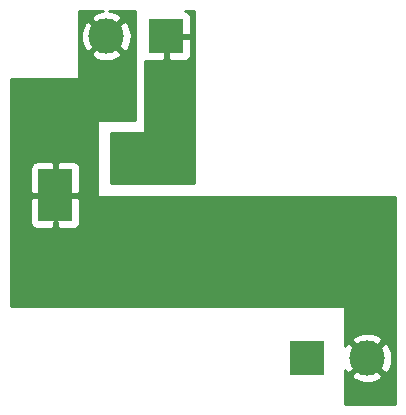
<source format=gbr>
G04 #@! TF.GenerationSoftware,KiCad,Pcbnew,(5.1.5)-3*
G04 #@! TF.CreationDate,2020-11-29T18:23:40-05:00*
G04 #@! TF.ProjectId,Buck_Controle,4275636b-5f43-46f6-9e74-726f6c652e6b,rev?*
G04 #@! TF.SameCoordinates,Original*
G04 #@! TF.FileFunction,Copper,L2,Bot*
G04 #@! TF.FilePolarity,Positive*
%FSLAX46Y46*%
G04 Gerber Fmt 4.6, Leading zero omitted, Abs format (unit mm)*
G04 Created by KiCad (PCBNEW (5.1.5)-3) date 2020-11-29 18:23:40*
%MOMM*%
%LPD*%
G04 APERTURE LIST*
%ADD10C,3.000000*%
%ADD11R,3.000000X3.000000*%
%ADD12R,2.950000X4.500000*%
%ADD13C,0.600000*%
%ADD14C,0.800000*%
%ADD15C,0.254000*%
G04 APERTURE END LIST*
D10*
X227500000Y-98250000D03*
D11*
X222420000Y-98250000D03*
D10*
X205420000Y-71000000D03*
D11*
X210500000Y-71000000D03*
D12*
X201105001Y-84485001D03*
D13*
X200505001Y-82685001D03*
X200505001Y-83885001D03*
X201705001Y-83885001D03*
X201705001Y-82685001D03*
X200505001Y-86285001D03*
X200505001Y-85185001D03*
X201705001Y-85185001D03*
X201705001Y-86285001D03*
D14*
X206250000Y-80250000D03*
X208250000Y-80250000D03*
X210250000Y-80250000D03*
X210250000Y-81500000D03*
X208250000Y-81500000D03*
X206250000Y-81500000D03*
X212000000Y-80250000D03*
X212000000Y-81500000D03*
D15*
G36*
X204959549Y-68904666D02*
G01*
X204559617Y-69034757D01*
X204263962Y-69192786D01*
X204107952Y-69508347D01*
X205420000Y-70820395D01*
X206732048Y-69508347D01*
X206576038Y-69192786D01*
X206201255Y-69001980D01*
X205796449Y-68887956D01*
X205656649Y-68877000D01*
X207873000Y-68877000D01*
X207873000Y-78123000D01*
X204750000Y-78123000D01*
X204725224Y-78125440D01*
X204701399Y-78132667D01*
X204679443Y-78144403D01*
X204660197Y-78160197D01*
X204644403Y-78179443D01*
X204632667Y-78201399D01*
X204625440Y-78225224D01*
X204623000Y-78250000D01*
X204623000Y-84500000D01*
X204625440Y-84524776D01*
X204632667Y-84548601D01*
X204644403Y-84570557D01*
X204660197Y-84589803D01*
X204679443Y-84605597D01*
X204701399Y-84617333D01*
X204725224Y-84624560D01*
X204750000Y-84627000D01*
X229873000Y-84627000D01*
X229873000Y-102123000D01*
X225627000Y-102123000D01*
X225627000Y-99741653D01*
X226187952Y-99741653D01*
X226343962Y-100057214D01*
X226718745Y-100248020D01*
X227123551Y-100362044D01*
X227542824Y-100394902D01*
X227960451Y-100345334D01*
X228360383Y-100215243D01*
X228656038Y-100057214D01*
X228812048Y-99741653D01*
X227500000Y-98429605D01*
X226187952Y-99741653D01*
X225627000Y-99741653D01*
X225627000Y-99282960D01*
X225692786Y-99406038D01*
X226008347Y-99562048D01*
X227320395Y-98250000D01*
X227679605Y-98250000D01*
X228991653Y-99562048D01*
X229307214Y-99406038D01*
X229498020Y-99031255D01*
X229612044Y-98626449D01*
X229644902Y-98207176D01*
X229595334Y-97789549D01*
X229465243Y-97389617D01*
X229307214Y-97093962D01*
X228991653Y-96937952D01*
X227679605Y-98250000D01*
X227320395Y-98250000D01*
X226008347Y-96937952D01*
X225692786Y-97093962D01*
X225627000Y-97223180D01*
X225627000Y-96758347D01*
X226187952Y-96758347D01*
X227500000Y-98070395D01*
X228812048Y-96758347D01*
X228656038Y-96442786D01*
X228281255Y-96251980D01*
X227876449Y-96137956D01*
X227457176Y-96105098D01*
X227039549Y-96154666D01*
X226639617Y-96284757D01*
X226343962Y-96442786D01*
X226187952Y-96758347D01*
X225627000Y-96758347D01*
X225627000Y-94000000D01*
X225624560Y-93975224D01*
X225617333Y-93951399D01*
X225605597Y-93929443D01*
X225589803Y-93910197D01*
X225570557Y-93894403D01*
X225548601Y-93882667D01*
X225524776Y-93875440D01*
X225500000Y-93873000D01*
X197377000Y-93873000D01*
X197377000Y-82235001D01*
X198991929Y-82235001D01*
X198995001Y-84199251D01*
X199153751Y-84358001D01*
X200060534Y-84358001D01*
X200051844Y-84517763D01*
X200050065Y-84519542D01*
X200050906Y-84535001D01*
X200050065Y-84550460D01*
X200051844Y-84552239D01*
X200055095Y-84612001D01*
X199153751Y-84612001D01*
X198995001Y-84770751D01*
X198991929Y-86735001D01*
X199004189Y-86859483D01*
X199040499Y-86979181D01*
X199099464Y-87089495D01*
X199178816Y-87186186D01*
X199275507Y-87265538D01*
X199385821Y-87324503D01*
X199505519Y-87360813D01*
X199630001Y-87373073D01*
X200819251Y-87370001D01*
X200978001Y-87211251D01*
X200978001Y-86734907D01*
X201070460Y-86739937D01*
X201105001Y-86705396D01*
X201139542Y-86739937D01*
X201232001Y-86734907D01*
X201232001Y-87211251D01*
X201390751Y-87370001D01*
X202580001Y-87373073D01*
X202704483Y-87360813D01*
X202824181Y-87324503D01*
X202934495Y-87265538D01*
X203031186Y-87186186D01*
X203110538Y-87089495D01*
X203169503Y-86979181D01*
X203205813Y-86859483D01*
X203218073Y-86735001D01*
X203215001Y-84770751D01*
X203056251Y-84612001D01*
X202154907Y-84612001D01*
X202158158Y-84552239D01*
X202159937Y-84550460D01*
X202159096Y-84535001D01*
X202159937Y-84519542D01*
X202158158Y-84517763D01*
X202149468Y-84358001D01*
X203056251Y-84358001D01*
X203215001Y-84199251D01*
X203218073Y-82235001D01*
X203205813Y-82110519D01*
X203169503Y-81990821D01*
X203110538Y-81880507D01*
X203031186Y-81783816D01*
X202934495Y-81704464D01*
X202824181Y-81645499D01*
X202704483Y-81609189D01*
X202580001Y-81596929D01*
X201390751Y-81600001D01*
X201232001Y-81758751D01*
X201232001Y-82235095D01*
X201139542Y-82230065D01*
X201105001Y-82264606D01*
X201070460Y-82230065D01*
X200978001Y-82235095D01*
X200978001Y-81758751D01*
X200819251Y-81600001D01*
X199630001Y-81596929D01*
X199505519Y-81609189D01*
X199385821Y-81645499D01*
X199275507Y-81704464D01*
X199178816Y-81783816D01*
X199099464Y-81880507D01*
X199040499Y-81990821D01*
X199004189Y-82110519D01*
X198991929Y-82235001D01*
X197377000Y-82235001D01*
X197377000Y-78612425D01*
X197379769Y-74627000D01*
X203000000Y-74627000D01*
X203024776Y-74624560D01*
X203048601Y-74617333D01*
X203070557Y-74605597D01*
X203089803Y-74589803D01*
X203105597Y-74570557D01*
X203117333Y-74548601D01*
X203124560Y-74524776D01*
X203127000Y-74500000D01*
X203127000Y-72491653D01*
X204107952Y-72491653D01*
X204263962Y-72807214D01*
X204638745Y-72998020D01*
X205043551Y-73112044D01*
X205462824Y-73144902D01*
X205880451Y-73095334D01*
X206280383Y-72965243D01*
X206576038Y-72807214D01*
X206732048Y-72491653D01*
X205420000Y-71179605D01*
X204107952Y-72491653D01*
X203127000Y-72491653D01*
X203127000Y-71042824D01*
X203275098Y-71042824D01*
X203324666Y-71460451D01*
X203454757Y-71860383D01*
X203612786Y-72156038D01*
X203928347Y-72312048D01*
X205240395Y-71000000D01*
X205599605Y-71000000D01*
X206911653Y-72312048D01*
X207227214Y-72156038D01*
X207418020Y-71781255D01*
X207532044Y-71376449D01*
X207564902Y-70957176D01*
X207515334Y-70539549D01*
X207385243Y-70139617D01*
X207227214Y-69843962D01*
X206911653Y-69687952D01*
X205599605Y-71000000D01*
X205240395Y-71000000D01*
X203928347Y-69687952D01*
X203612786Y-69843962D01*
X203421980Y-70218745D01*
X203307956Y-70623551D01*
X203275098Y-71042824D01*
X203127000Y-71042824D01*
X203127000Y-68877000D01*
X205192644Y-68877000D01*
X204959549Y-68904666D01*
G37*
X204959549Y-68904666D02*
X204559617Y-69034757D01*
X204263962Y-69192786D01*
X204107952Y-69508347D01*
X205420000Y-70820395D01*
X206732048Y-69508347D01*
X206576038Y-69192786D01*
X206201255Y-69001980D01*
X205796449Y-68887956D01*
X205656649Y-68877000D01*
X207873000Y-68877000D01*
X207873000Y-78123000D01*
X204750000Y-78123000D01*
X204725224Y-78125440D01*
X204701399Y-78132667D01*
X204679443Y-78144403D01*
X204660197Y-78160197D01*
X204644403Y-78179443D01*
X204632667Y-78201399D01*
X204625440Y-78225224D01*
X204623000Y-78250000D01*
X204623000Y-84500000D01*
X204625440Y-84524776D01*
X204632667Y-84548601D01*
X204644403Y-84570557D01*
X204660197Y-84589803D01*
X204679443Y-84605597D01*
X204701399Y-84617333D01*
X204725224Y-84624560D01*
X204750000Y-84627000D01*
X229873000Y-84627000D01*
X229873000Y-102123000D01*
X225627000Y-102123000D01*
X225627000Y-99741653D01*
X226187952Y-99741653D01*
X226343962Y-100057214D01*
X226718745Y-100248020D01*
X227123551Y-100362044D01*
X227542824Y-100394902D01*
X227960451Y-100345334D01*
X228360383Y-100215243D01*
X228656038Y-100057214D01*
X228812048Y-99741653D01*
X227500000Y-98429605D01*
X226187952Y-99741653D01*
X225627000Y-99741653D01*
X225627000Y-99282960D01*
X225692786Y-99406038D01*
X226008347Y-99562048D01*
X227320395Y-98250000D01*
X227679605Y-98250000D01*
X228991653Y-99562048D01*
X229307214Y-99406038D01*
X229498020Y-99031255D01*
X229612044Y-98626449D01*
X229644902Y-98207176D01*
X229595334Y-97789549D01*
X229465243Y-97389617D01*
X229307214Y-97093962D01*
X228991653Y-96937952D01*
X227679605Y-98250000D01*
X227320395Y-98250000D01*
X226008347Y-96937952D01*
X225692786Y-97093962D01*
X225627000Y-97223180D01*
X225627000Y-96758347D01*
X226187952Y-96758347D01*
X227500000Y-98070395D01*
X228812048Y-96758347D01*
X228656038Y-96442786D01*
X228281255Y-96251980D01*
X227876449Y-96137956D01*
X227457176Y-96105098D01*
X227039549Y-96154666D01*
X226639617Y-96284757D01*
X226343962Y-96442786D01*
X226187952Y-96758347D01*
X225627000Y-96758347D01*
X225627000Y-94000000D01*
X225624560Y-93975224D01*
X225617333Y-93951399D01*
X225605597Y-93929443D01*
X225589803Y-93910197D01*
X225570557Y-93894403D01*
X225548601Y-93882667D01*
X225524776Y-93875440D01*
X225500000Y-93873000D01*
X197377000Y-93873000D01*
X197377000Y-82235001D01*
X198991929Y-82235001D01*
X198995001Y-84199251D01*
X199153751Y-84358001D01*
X200060534Y-84358001D01*
X200051844Y-84517763D01*
X200050065Y-84519542D01*
X200050906Y-84535001D01*
X200050065Y-84550460D01*
X200051844Y-84552239D01*
X200055095Y-84612001D01*
X199153751Y-84612001D01*
X198995001Y-84770751D01*
X198991929Y-86735001D01*
X199004189Y-86859483D01*
X199040499Y-86979181D01*
X199099464Y-87089495D01*
X199178816Y-87186186D01*
X199275507Y-87265538D01*
X199385821Y-87324503D01*
X199505519Y-87360813D01*
X199630001Y-87373073D01*
X200819251Y-87370001D01*
X200978001Y-87211251D01*
X200978001Y-86734907D01*
X201070460Y-86739937D01*
X201105001Y-86705396D01*
X201139542Y-86739937D01*
X201232001Y-86734907D01*
X201232001Y-87211251D01*
X201390751Y-87370001D01*
X202580001Y-87373073D01*
X202704483Y-87360813D01*
X202824181Y-87324503D01*
X202934495Y-87265538D01*
X203031186Y-87186186D01*
X203110538Y-87089495D01*
X203169503Y-86979181D01*
X203205813Y-86859483D01*
X203218073Y-86735001D01*
X203215001Y-84770751D01*
X203056251Y-84612001D01*
X202154907Y-84612001D01*
X202158158Y-84552239D01*
X202159937Y-84550460D01*
X202159096Y-84535001D01*
X202159937Y-84519542D01*
X202158158Y-84517763D01*
X202149468Y-84358001D01*
X203056251Y-84358001D01*
X203215001Y-84199251D01*
X203218073Y-82235001D01*
X203205813Y-82110519D01*
X203169503Y-81990821D01*
X203110538Y-81880507D01*
X203031186Y-81783816D01*
X202934495Y-81704464D01*
X202824181Y-81645499D01*
X202704483Y-81609189D01*
X202580001Y-81596929D01*
X201390751Y-81600001D01*
X201232001Y-81758751D01*
X201232001Y-82235095D01*
X201139542Y-82230065D01*
X201105001Y-82264606D01*
X201070460Y-82230065D01*
X200978001Y-82235095D01*
X200978001Y-81758751D01*
X200819251Y-81600001D01*
X199630001Y-81596929D01*
X199505519Y-81609189D01*
X199385821Y-81645499D01*
X199275507Y-81704464D01*
X199178816Y-81783816D01*
X199099464Y-81880507D01*
X199040499Y-81990821D01*
X199004189Y-82110519D01*
X198991929Y-82235001D01*
X197377000Y-82235001D01*
X197377000Y-78612425D01*
X197379769Y-74627000D01*
X203000000Y-74627000D01*
X203024776Y-74624560D01*
X203048601Y-74617333D01*
X203070557Y-74605597D01*
X203089803Y-74589803D01*
X203105597Y-74570557D01*
X203117333Y-74548601D01*
X203124560Y-74524776D01*
X203127000Y-74500000D01*
X203127000Y-72491653D01*
X204107952Y-72491653D01*
X204263962Y-72807214D01*
X204638745Y-72998020D01*
X205043551Y-73112044D01*
X205462824Y-73144902D01*
X205880451Y-73095334D01*
X206280383Y-72965243D01*
X206576038Y-72807214D01*
X206732048Y-72491653D01*
X205420000Y-71179605D01*
X204107952Y-72491653D01*
X203127000Y-72491653D01*
X203127000Y-71042824D01*
X203275098Y-71042824D01*
X203324666Y-71460451D01*
X203454757Y-71860383D01*
X203612786Y-72156038D01*
X203928347Y-72312048D01*
X205240395Y-71000000D01*
X205599605Y-71000000D01*
X206911653Y-72312048D01*
X207227214Y-72156038D01*
X207418020Y-71781255D01*
X207532044Y-71376449D01*
X207564902Y-70957176D01*
X207515334Y-70539549D01*
X207385243Y-70139617D01*
X207227214Y-69843962D01*
X206911653Y-69687952D01*
X205599605Y-71000000D01*
X205240395Y-71000000D01*
X203928347Y-69687952D01*
X203612786Y-69843962D01*
X203421980Y-70218745D01*
X203307956Y-70623551D01*
X203275098Y-71042824D01*
X203127000Y-71042824D01*
X203127000Y-68877000D01*
X205192644Y-68877000D01*
X204959549Y-68904666D01*
G36*
X201139542Y-84339937D02*
G01*
X201232001Y-84334907D01*
X201232001Y-84358001D01*
X201260534Y-84358001D01*
X201251844Y-84517763D01*
X201250065Y-84519542D01*
X201250906Y-84535001D01*
X201250065Y-84550460D01*
X201251844Y-84552239D01*
X201255095Y-84612001D01*
X201232001Y-84612001D01*
X201232001Y-84735095D01*
X201139542Y-84730065D01*
X201105001Y-84764606D01*
X201070460Y-84730065D01*
X200978001Y-84735095D01*
X200978001Y-84612001D01*
X200954907Y-84612001D01*
X200958158Y-84552239D01*
X200959937Y-84550460D01*
X200959096Y-84535001D01*
X200959937Y-84519542D01*
X200958158Y-84517763D01*
X200949468Y-84358001D01*
X200978001Y-84358001D01*
X200978001Y-84334907D01*
X201070460Y-84339937D01*
X201105001Y-84305396D01*
X201139542Y-84339937D01*
G37*
X201139542Y-84339937D02*
X201232001Y-84334907D01*
X201232001Y-84358001D01*
X201260534Y-84358001D01*
X201251844Y-84517763D01*
X201250065Y-84519542D01*
X201250906Y-84535001D01*
X201250065Y-84550460D01*
X201251844Y-84552239D01*
X201255095Y-84612001D01*
X201232001Y-84612001D01*
X201232001Y-84735095D01*
X201139542Y-84730065D01*
X201105001Y-84764606D01*
X201070460Y-84730065D01*
X200978001Y-84735095D01*
X200978001Y-84612001D01*
X200954907Y-84612001D01*
X200958158Y-84552239D01*
X200959937Y-84550460D01*
X200959096Y-84535001D01*
X200959937Y-84519542D01*
X200958158Y-84517763D01*
X200949468Y-84358001D01*
X200978001Y-84358001D01*
X200978001Y-84334907D01*
X201070460Y-84339937D01*
X201105001Y-84305396D01*
X201139542Y-84339937D01*
G36*
X212873000Y-83473000D02*
G01*
X205827000Y-83473000D01*
X205827000Y-79227000D01*
X208600000Y-79227000D01*
X208624776Y-79224560D01*
X208648601Y-79217333D01*
X208670557Y-79205597D01*
X208689803Y-79189803D01*
X208705597Y-79170557D01*
X208717333Y-79148601D01*
X208724560Y-79124776D01*
X208727000Y-79100000D01*
X208727000Y-73074097D01*
X208755820Y-73089502D01*
X208875518Y-73125812D01*
X209000000Y-73138072D01*
X210214250Y-73135000D01*
X210373000Y-72976250D01*
X210373000Y-71127000D01*
X210627000Y-71127000D01*
X210627000Y-72976250D01*
X210785750Y-73135000D01*
X212000000Y-73138072D01*
X212124482Y-73125812D01*
X212244180Y-73089502D01*
X212354494Y-73030537D01*
X212451185Y-72951185D01*
X212530537Y-72854494D01*
X212589502Y-72744180D01*
X212625812Y-72624482D01*
X212638072Y-72500000D01*
X212635000Y-71285750D01*
X212476250Y-71127000D01*
X210627000Y-71127000D01*
X210373000Y-71127000D01*
X210353000Y-71127000D01*
X210353000Y-70873000D01*
X210373000Y-70873000D01*
X210373000Y-70853000D01*
X210627000Y-70853000D01*
X210627000Y-70873000D01*
X212476250Y-70873000D01*
X212635000Y-70714250D01*
X212638072Y-69500000D01*
X212625812Y-69375518D01*
X212589502Y-69255820D01*
X212530537Y-69145506D01*
X212451185Y-69048815D01*
X212354494Y-68969463D01*
X212244180Y-68910498D01*
X212133752Y-68877000D01*
X212873000Y-68877000D01*
X212873000Y-83473000D01*
G37*
X212873000Y-83473000D02*
X205827000Y-83473000D01*
X205827000Y-79227000D01*
X208600000Y-79227000D01*
X208624776Y-79224560D01*
X208648601Y-79217333D01*
X208670557Y-79205597D01*
X208689803Y-79189803D01*
X208705597Y-79170557D01*
X208717333Y-79148601D01*
X208724560Y-79124776D01*
X208727000Y-79100000D01*
X208727000Y-73074097D01*
X208755820Y-73089502D01*
X208875518Y-73125812D01*
X209000000Y-73138072D01*
X210214250Y-73135000D01*
X210373000Y-72976250D01*
X210373000Y-71127000D01*
X210627000Y-71127000D01*
X210627000Y-72976250D01*
X210785750Y-73135000D01*
X212000000Y-73138072D01*
X212124482Y-73125812D01*
X212244180Y-73089502D01*
X212354494Y-73030537D01*
X212451185Y-72951185D01*
X212530537Y-72854494D01*
X212589502Y-72744180D01*
X212625812Y-72624482D01*
X212638072Y-72500000D01*
X212635000Y-71285750D01*
X212476250Y-71127000D01*
X210627000Y-71127000D01*
X210373000Y-71127000D01*
X210353000Y-71127000D01*
X210353000Y-70873000D01*
X210373000Y-70873000D01*
X210373000Y-70853000D01*
X210627000Y-70853000D01*
X210627000Y-70873000D01*
X212476250Y-70873000D01*
X212635000Y-70714250D01*
X212638072Y-69500000D01*
X212625812Y-69375518D01*
X212589502Y-69255820D01*
X212530537Y-69145506D01*
X212451185Y-69048815D01*
X212354494Y-68969463D01*
X212244180Y-68910498D01*
X212133752Y-68877000D01*
X212873000Y-68877000D01*
X212873000Y-83473000D01*
M02*

</source>
